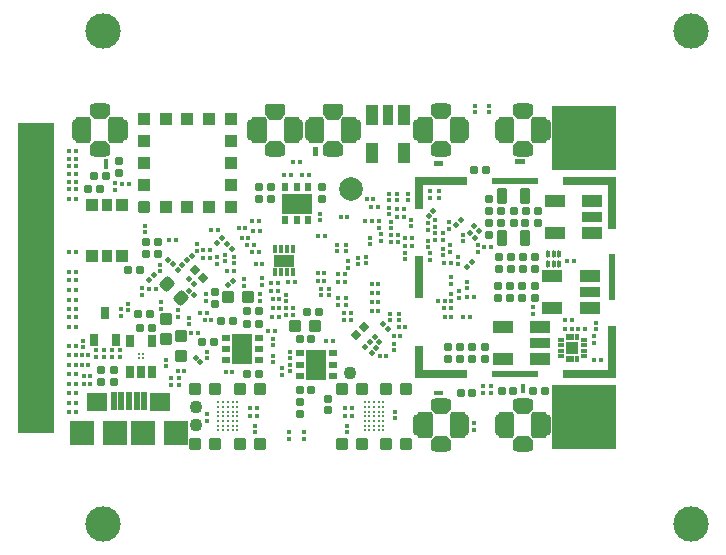
<source format=gts>
G04*
G04 #@! TF.GenerationSoftware,Altium Limited,Altium Designer,19.1.6 (110)*
G04*
G04 Layer_Color=8388736*
%FSLAX44Y44*%
%MOMM*%
G71*
G01*
G75*
%ADD68R,3.1250X26.2500*%
G04:AMPARAMS|DCode=69|XSize=0.7mm|YSize=1.1mm|CornerRadius=0.125mm|HoleSize=0mm|Usage=FLASHONLY|Rotation=0.000|XOffset=0mm|YOffset=0mm|HoleType=Round|Shape=RoundedRectangle|*
%AMROUNDEDRECTD69*
21,1,0.7000,0.8500,0,0,0.0*
21,1,0.4500,1.1000,0,0,0.0*
1,1,0.2500,0.2250,-0.4250*
1,1,0.2500,-0.2250,-0.4250*
1,1,0.2500,-0.2250,0.4250*
1,1,0.2500,0.2250,0.4250*
%
%ADD69ROUNDEDRECTD69*%
%ADD70R,0.8000X4.5000*%
%ADD71R,3.9000X0.6000*%
%ADD72R,4.5000X0.8000*%
%ADD73R,0.8000X2.7500*%
%ADD74R,0.8000X3.6000*%
%ADD75R,0.6000X3.9000*%
%ADD76R,0.4500X0.4000*%
%ADD77R,0.4000X0.7000*%
%ADD78R,1.7000X1.0500*%
G04:AMPARAMS|DCode=79|XSize=1.1mm|YSize=1.1mm|CornerRadius=0.3mm|HoleSize=0mm|Usage=FLASHONLY|Rotation=270.000|XOffset=0mm|YOffset=0mm|HoleType=Round|Shape=RoundedRectangle|*
%AMROUNDEDRECTD79*
21,1,1.1000,0.5000,0,0,270.0*
21,1,0.5000,1.1000,0,0,270.0*
1,1,0.6000,-0.2500,-0.2500*
1,1,0.6000,-0.2500,0.2500*
1,1,0.6000,0.2500,0.2500*
1,1,0.6000,0.2500,-0.2500*
%
%ADD79ROUNDEDRECTD79*%
%ADD80R,1.1000X1.1000*%
%ADD81R,1.1000X1.1000*%
%ADD82R,1.0500X1.1000*%
%ADD83R,0.5480X1.5480*%
%ADD84R,2.0000X2.0000*%
%ADD85R,1.7000X1.5000*%
%ADD86R,2.6000X0.7000*%
%ADD87C,0.2400*%
%ADD88C,0.3000*%
%ADD89R,1.0000X1.7500*%
%ADD90R,0.8600X1.7500*%
%ADD91C,2.0000*%
%ADD92R,1.8000X2.6000*%
%ADD93R,0.8000X0.6000*%
%ADD94R,0.4000X0.4100*%
%ADD95C,3.0000*%
G04:AMPARAMS|DCode=96|XSize=0.6mm|YSize=0.7mm|CornerRadius=0.1mm|HoleSize=0mm|Usage=FLASHONLY|Rotation=90.000|XOffset=0mm|YOffset=0mm|HoleType=Round|Shape=RoundedRectangle|*
%AMROUNDEDRECTD96*
21,1,0.6000,0.5000,0,0,90.0*
21,1,0.4000,0.7000,0,0,90.0*
1,1,0.2000,0.2500,0.2000*
1,1,0.2000,0.2500,-0.2000*
1,1,0.2000,-0.2500,-0.2000*
1,1,0.2000,-0.2500,0.2000*
%
%ADD96ROUNDEDRECTD96*%
%ADD97R,1.0500X1.0500*%
%ADD98R,0.9000X1.0500*%
G04:AMPARAMS|DCode=99|XSize=1.1mm|YSize=1.65mm|CornerRadius=0.175mm|HoleSize=0mm|Usage=FLASHONLY|Rotation=90.000|XOffset=0mm|YOffset=0mm|HoleType=Round|Shape=RoundedRectangle|*
%AMROUNDEDRECTD99*
21,1,1.1000,1.3000,0,0,90.0*
21,1,0.7500,1.6500,0,0,90.0*
1,1,0.3500,0.6500,0.3750*
1,1,0.3500,0.6500,-0.3750*
1,1,0.3500,-0.6500,-0.3750*
1,1,0.3500,-0.6500,0.3750*
%
%ADD99ROUNDEDRECTD99*%
G04:AMPARAMS|DCode=100|XSize=1.3mm|YSize=1.7mm|CornerRadius=0.2mm|HoleSize=0mm|Usage=FLASHONLY|Rotation=180.000|XOffset=0mm|YOffset=0mm|HoleType=Round|Shape=RoundedRectangle|*
%AMROUNDEDRECTD100*
21,1,1.3000,1.3000,0,0,180.0*
21,1,0.9000,1.7000,0,0,180.0*
1,1,0.4000,-0.4500,0.6500*
1,1,0.4000,0.4500,0.6500*
1,1,0.4000,0.4500,-0.6500*
1,1,0.4000,-0.4500,-0.6500*
%
%ADD100ROUNDEDRECTD100*%
G04:AMPARAMS|DCode=101|XSize=1.3mm|YSize=1.3mm|CornerRadius=0.2mm|HoleSize=0mm|Usage=FLASHONLY|Rotation=0.000|XOffset=0mm|YOffset=0mm|HoleType=Round|Shape=RoundedRectangle|*
%AMROUNDEDRECTD101*
21,1,1.3000,0.9000,0,0,0.0*
21,1,0.9000,1.3000,0,0,0.0*
1,1,0.4000,0.4500,-0.4500*
1,1,0.4000,-0.4500,-0.4500*
1,1,0.4000,-0.4500,0.4500*
1,1,0.4000,0.4500,0.4500*
%
%ADD101ROUNDEDRECTD101*%
G04:AMPARAMS|DCode=102|XSize=1.3mm|YSize=2.25mm|CornerRadius=0.2mm|HoleSize=0mm|Usage=FLASHONLY|Rotation=180.000|XOffset=0mm|YOffset=0mm|HoleType=Round|Shape=RoundedRectangle|*
%AMROUNDEDRECTD102*
21,1,1.3000,1.8500,0,0,180.0*
21,1,0.9000,2.2500,0,0,180.0*
1,1,0.4000,-0.4500,0.9250*
1,1,0.4000,0.4500,0.9250*
1,1,0.4000,0.4500,-0.9250*
1,1,0.4000,-0.4500,-0.9250*
%
%ADD102ROUNDEDRECTD102*%
%ADD103C,1.1000*%
G04:AMPARAMS|DCode=104|XSize=0.7mm|YSize=0.7mm|CornerRadius=0.11mm|HoleSize=0mm|Usage=FLASHONLY|Rotation=0.000|XOffset=0mm|YOffset=0mm|HoleType=Round|Shape=RoundedRectangle|*
%AMROUNDEDRECTD104*
21,1,0.7000,0.4800,0,0,0.0*
21,1,0.4800,0.7000,0,0,0.0*
1,1,0.2200,0.2400,-0.2400*
1,1,0.2200,-0.2400,-0.2400*
1,1,0.2200,-0.2400,0.2400*
1,1,0.2200,0.2400,0.2400*
%
%ADD104ROUNDEDRECTD104*%
%ADD105R,0.4000X0.4500*%
G04:AMPARAMS|DCode=106|XSize=1.4mm|YSize=0.9mm|CornerRadius=0.15mm|HoleSize=0mm|Usage=FLASHONLY|Rotation=90.000|XOffset=0mm|YOffset=0mm|HoleType=Round|Shape=RoundedRectangle|*
%AMROUNDEDRECTD106*
21,1,1.4000,0.6000,0,0,90.0*
21,1,1.1000,0.9000,0,0,90.0*
1,1,0.3000,0.3000,0.5500*
1,1,0.3000,0.3000,-0.5500*
1,1,0.3000,-0.3000,-0.5500*
1,1,0.3000,-0.3000,0.5500*
%
%ADD106ROUNDEDRECTD106*%
G04:AMPARAMS|DCode=107|XSize=0.4mm|YSize=0.45mm|CornerRadius=0mm|HoleSize=0mm|Usage=FLASHONLY|Rotation=45.000|XOffset=0mm|YOffset=0mm|HoleType=Round|Shape=Rectangle|*
%AMROTATEDRECTD107*
4,1,4,0.0177,-0.3005,-0.3005,0.0177,-0.0177,0.3005,0.3005,-0.0177,0.0177,-0.3005,0.0*
%
%ADD107ROTATEDRECTD107*%

G04:AMPARAMS|DCode=108|XSize=0.7mm|YSize=0.7mm|CornerRadius=0.11mm|HoleSize=0mm|Usage=FLASHONLY|Rotation=270.000|XOffset=0mm|YOffset=0mm|HoleType=Round|Shape=RoundedRectangle|*
%AMROUNDEDRECTD108*
21,1,0.7000,0.4800,0,0,270.0*
21,1,0.4800,0.7000,0,0,270.0*
1,1,0.2200,-0.2400,-0.2400*
1,1,0.2200,-0.2400,0.2400*
1,1,0.2200,0.2400,0.2400*
1,1,0.2200,0.2400,-0.2400*
%
%ADD108ROUNDEDRECTD108*%
G04:AMPARAMS|DCode=109|XSize=1.1mm|YSize=1mm|CornerRadius=0.1625mm|HoleSize=0mm|Usage=FLASHONLY|Rotation=270.000|XOffset=0mm|YOffset=0mm|HoleType=Round|Shape=RoundedRectangle|*
%AMROUNDEDRECTD109*
21,1,1.1000,0.6750,0,0,270.0*
21,1,0.7750,1.0000,0,0,270.0*
1,1,0.3250,-0.3375,-0.3875*
1,1,0.3250,-0.3375,0.3875*
1,1,0.3250,0.3375,0.3875*
1,1,0.3250,0.3375,-0.3875*
%
%ADD109ROUNDEDRECTD109*%
G04:AMPARAMS|DCode=110|XSize=1.1mm|YSize=1mm|CornerRadius=0.1625mm|HoleSize=0mm|Usage=FLASHONLY|Rotation=180.000|XOffset=0mm|YOffset=0mm|HoleType=Round|Shape=RoundedRectangle|*
%AMROUNDEDRECTD110*
21,1,1.1000,0.6750,0,0,180.0*
21,1,0.7750,1.0000,0,0,180.0*
1,1,0.3250,-0.3875,0.3375*
1,1,0.3250,0.3875,0.3375*
1,1,0.3250,0.3875,-0.3375*
1,1,0.3250,-0.3875,-0.3375*
%
%ADD110ROUNDEDRECTD110*%
G04:AMPARAMS|DCode=111|XSize=1.1mm|YSize=1mm|CornerRadius=0.1625mm|HoleSize=0mm|Usage=FLASHONLY|Rotation=45.000|XOffset=0mm|YOffset=0mm|HoleType=Round|Shape=RoundedRectangle|*
%AMROUNDEDRECTD111*
21,1,1.1000,0.6750,0,0,45.0*
21,1,0.7750,1.0000,0,0,45.0*
1,1,0.3250,0.5127,0.0354*
1,1,0.3250,-0.0354,-0.5127*
1,1,0.3250,-0.5127,-0.0354*
1,1,0.3250,0.0354,0.5127*
%
%ADD111ROUNDEDRECTD111*%
G04:AMPARAMS|DCode=112|XSize=0.6mm|YSize=0.7mm|CornerRadius=0.1mm|HoleSize=0mm|Usage=FLASHONLY|Rotation=180.000|XOffset=0mm|YOffset=0mm|HoleType=Round|Shape=RoundedRectangle|*
%AMROUNDEDRECTD112*
21,1,0.6000,0.5000,0,0,180.0*
21,1,0.4000,0.7000,0,0,180.0*
1,1,0.2000,-0.2000,0.2500*
1,1,0.2000,0.2000,0.2500*
1,1,0.2000,0.2000,-0.2500*
1,1,0.2000,-0.2000,-0.2500*
%
%ADD112ROUNDEDRECTD112*%
G04:AMPARAMS|DCode=113|XSize=0.4mm|YSize=0.45mm|CornerRadius=0mm|HoleSize=0mm|Usage=FLASHONLY|Rotation=315.000|XOffset=0mm|YOffset=0mm|HoleType=Round|Shape=Rectangle|*
%AMROTATEDRECTD113*
4,1,4,-0.3005,-0.0177,0.0177,0.3005,0.3005,0.0177,-0.0177,-0.3005,-0.3005,-0.0177,0.0*
%
%ADD113ROTATEDRECTD113*%

%ADD114R,0.6000X0.8000*%
%ADD115R,2.6000X1.8000*%
%ADD116R,1.7500X1.0000*%
%ADD117R,1.7500X0.8600*%
%ADD118R,0.4100X0.4000*%
G04:AMPARAMS|DCode=119|XSize=1.1mm|YSize=1.1mm|CornerRadius=0.2mm|HoleSize=0mm|Usage=FLASHONLY|Rotation=180.000|XOffset=0mm|YOffset=0mm|HoleType=Round|Shape=RoundedRectangle|*
%AMROUNDEDRECTD119*
21,1,1.1000,0.7000,0,0,180.0*
21,1,0.7000,1.1000,0,0,180.0*
1,1,0.4000,-0.3500,0.3500*
1,1,0.4000,0.3500,0.3500*
1,1,0.4000,0.3500,-0.3500*
1,1,0.4000,-0.3500,-0.3500*
%
%ADD119ROUNDEDRECTD119*%
%ADD120R,0.3000X0.4950*%
%ADD121R,0.4950X0.3000*%
G04:AMPARAMS|DCode=122|XSize=0.33mm|YSize=0.63mm|CornerRadius=0.1025mm|HoleSize=0mm|Usage=FLASHONLY|Rotation=0.000|XOffset=0mm|YOffset=0mm|HoleType=Round|Shape=RoundedRectangle|*
%AMROUNDEDRECTD122*
21,1,0.3300,0.4250,0,0,0.0*
21,1,0.1250,0.6300,0,0,0.0*
1,1,0.2050,0.0625,-0.2125*
1,1,0.2050,-0.0625,-0.2125*
1,1,0.2050,-0.0625,0.2125*
1,1,0.2050,0.0625,0.2125*
%
%ADD122ROUNDEDRECTD122*%
G04:AMPARAMS|DCode=123|XSize=0.7mm|YSize=0.7mm|CornerRadius=0.11mm|HoleSize=0mm|Usage=FLASHONLY|Rotation=135.000|XOffset=0mm|YOffset=0mm|HoleType=Round|Shape=RoundedRectangle|*
%AMROUNDEDRECTD123*
21,1,0.7000,0.4800,0,0,135.0*
21,1,0.4800,0.7000,0,0,135.0*
1,1,0.2200,0.0000,0.3394*
1,1,0.2200,0.3394,0.0000*
1,1,0.2200,0.0000,-0.3394*
1,1,0.2200,-0.3394,0.0000*
%
%ADD123ROUNDEDRECTD123*%
G04:AMPARAMS|DCode=124|XSize=0.6mm|YSize=0.7mm|CornerRadius=0.1mm|HoleSize=0mm|Usage=FLASHONLY|Rotation=45.000|XOffset=0mm|YOffset=0mm|HoleType=Round|Shape=RoundedRectangle|*
%AMROUNDEDRECTD124*
21,1,0.6000,0.5000,0,0,45.0*
21,1,0.4000,0.7000,0,0,45.0*
1,1,0.2000,0.3182,-0.0354*
1,1,0.2000,0.0354,-0.3182*
1,1,0.2000,-0.3182,0.0354*
1,1,0.2000,-0.0354,0.3182*
%
%ADD124ROUNDEDRECTD124*%
%ADD125R,5.5000X5.5000*%
G36*
X212000Y251000D02*
X208000D01*
X208000Y259000D01*
X212000D01*
Y251000D01*
D02*
G37*
G36*
X387250Y244500D02*
X379250D01*
Y248500D01*
X387250D01*
Y244500D01*
D02*
G37*
G36*
X318250Y243250D02*
X310250D01*
Y247250D01*
X318250D01*
Y243250D01*
D02*
G37*
G36*
X34500Y240500D02*
X30500D01*
Y248500D01*
X34500D01*
Y240500D01*
D02*
G37*
G36*
X387750Y50500D02*
X383750D01*
Y58500D01*
X387750D01*
Y50500D01*
D02*
G37*
G36*
X318250Y48750D02*
X310250D01*
Y52750D01*
X318250D01*
Y48750D01*
D02*
G37*
D68*
X-26875Y148250D02*
D03*
D69*
X22250Y95500D02*
D03*
X41250D02*
D03*
X31750Y118500D02*
D03*
X52750Y94625D02*
D03*
X71750Y68625D02*
D03*
X62250D02*
D03*
X52750D02*
D03*
X71750Y94625D02*
D03*
D70*
X460592Y85750D02*
D03*
Y211250D02*
D03*
D71*
X379092Y67000D02*
D03*
Y230000D02*
D03*
D72*
X441842Y67000D02*
D03*
Y230000D02*
D03*
X316342D02*
D03*
Y67000D02*
D03*
D73*
X297592Y220250D02*
D03*
Y76750D02*
D03*
D74*
Y148500D02*
D03*
D75*
X460592D02*
D03*
D76*
X44250Y86800D02*
D03*
Y81200D02*
D03*
X37750Y81200D02*
D03*
Y86800D02*
D03*
X200250Y17550D02*
D03*
Y11950D02*
D03*
X237850Y162381D02*
D03*
Y156781D02*
D03*
X40500Y228300D02*
D03*
Y222700D02*
D03*
X356750Y294050D02*
D03*
Y288450D02*
D03*
X181500Y66200D02*
D03*
Y71800D02*
D03*
X345250Y294050D02*
D03*
Y288450D02*
D03*
X343750Y25300D02*
D03*
Y19700D02*
D03*
X12750Y89450D02*
D03*
Y95050D02*
D03*
X31250Y81200D02*
D03*
Y86800D02*
D03*
X188000Y74646D02*
D03*
Y69046D02*
D03*
X358500Y56300D02*
D03*
Y50700D02*
D03*
X351750Y56300D02*
D03*
Y50700D02*
D03*
X24250Y81200D02*
D03*
Y86800D02*
D03*
X173750Y91104D02*
D03*
Y96704D02*
D03*
Y76754D02*
D03*
Y82354D02*
D03*
X188000Y85746D02*
D03*
Y80146D02*
D03*
X187500Y17550D02*
D03*
Y11950D02*
D03*
X116950Y134350D02*
D03*
Y128750D02*
D03*
X118500Y79950D02*
D03*
Y85550D02*
D03*
X149750Y141200D02*
D03*
Y146800D02*
D03*
X93250Y115200D02*
D03*
Y120800D02*
D03*
X126500Y165600D02*
D03*
Y160000D02*
D03*
X79000Y121700D02*
D03*
Y127300D02*
D03*
X102750Y108700D02*
D03*
Y114300D02*
D03*
X62750Y139550D02*
D03*
Y133950D02*
D03*
X78250Y153700D02*
D03*
Y159300D02*
D03*
X118000Y32600D02*
D03*
Y27000D02*
D03*
X277250Y29400D02*
D03*
Y35000D02*
D03*
X165000Y147900D02*
D03*
Y142300D02*
D03*
X94464Y57414D02*
D03*
Y63014D02*
D03*
X88000Y57414D02*
D03*
Y63014D02*
D03*
X252705Y166145D02*
D03*
Y160545D02*
D03*
X51250Y120700D02*
D03*
Y126300D02*
D03*
X83300Y78900D02*
D03*
Y73300D02*
D03*
X185000Y134050D02*
D03*
Y128450D02*
D03*
X162950Y128950D02*
D03*
Y134550D02*
D03*
X65500Y186786D02*
D03*
Y192386D02*
D03*
X306500Y168800D02*
D03*
Y163200D02*
D03*
X109250Y171200D02*
D03*
Y176800D02*
D03*
X255750Y182300D02*
D03*
Y176700D02*
D03*
X214205Y197000D02*
D03*
X214205Y202600D02*
D03*
X447250Y104550D02*
D03*
Y110150D02*
D03*
X445500Y93200D02*
D03*
X445500Y98800D02*
D03*
X158629Y23121D02*
D03*
Y17521D02*
D03*
X288000Y213750D02*
D03*
Y219350D02*
D03*
X280250Y117800D02*
D03*
Y112200D02*
D03*
X236500Y17400D02*
D03*
Y23000D02*
D03*
X45000Y116200D02*
D03*
Y121800D02*
D03*
X133000Y167850D02*
D03*
Y162250D02*
D03*
X140750Y166050D02*
D03*
Y160450D02*
D03*
X393750Y117950D02*
D03*
Y123550D02*
D03*
X311500Y191200D02*
D03*
Y196800D02*
D03*
X311000Y185800D02*
D03*
Y180200D02*
D03*
X272500Y201950D02*
D03*
Y207550D02*
D03*
Y219300D02*
D03*
Y213700D02*
D03*
X276015Y92500D02*
D03*
Y86900D02*
D03*
X338200Y144800D02*
D03*
Y139200D02*
D03*
X279095Y213750D02*
D03*
Y219350D02*
D03*
X314250Y215950D02*
D03*
Y221550D02*
D03*
X285500Y169550D02*
D03*
Y163950D02*
D03*
X272750Y112200D02*
D03*
Y117800D02*
D03*
X324593Y148500D02*
D03*
Y142900D02*
D03*
X317724Y172700D02*
D03*
Y167100D02*
D03*
X305500Y173950D02*
D03*
Y179550D02*
D03*
X317500Y185800D02*
D03*
Y180200D02*
D03*
X290500Y197550D02*
D03*
Y191950D02*
D03*
X304950Y188811D02*
D03*
Y194411D02*
D03*
X274250Y195800D02*
D03*
Y190200D02*
D03*
X240250Y118170D02*
D03*
Y112570D02*
D03*
X233750Y118170D02*
D03*
Y112570D02*
D03*
X214750Y133400D02*
D03*
Y139000D02*
D03*
X221301Y133400D02*
D03*
Y139000D02*
D03*
X228750Y125306D02*
D03*
Y130906D02*
D03*
X235750Y125306D02*
D03*
Y130906D02*
D03*
X331750Y136800D02*
D03*
Y131200D02*
D03*
X324224Y170350D02*
D03*
Y175950D02*
D03*
X347250Y170200D02*
D03*
Y175800D02*
D03*
X325000Y128700D02*
D03*
Y134300D02*
D03*
X307000Y221550D02*
D03*
Y215950D02*
D03*
X323000Y195050D02*
D03*
Y189450D02*
D03*
X334750Y178950D02*
D03*
Y184550D02*
D03*
X235644Y176295D02*
D03*
Y170695D02*
D03*
X228305Y176295D02*
D03*
Y170695D02*
D03*
X330224Y165450D02*
D03*
Y159850D02*
D03*
X263974Y190350D02*
D03*
Y195950D02*
D03*
X265245Y179405D02*
D03*
Y185005D02*
D03*
X246000Y165300D02*
D03*
Y159700D02*
D03*
D77*
X190750Y153000D02*
D03*
X185750D02*
D03*
X180750D02*
D03*
X175750D02*
D03*
Y172500D02*
D03*
X180750D02*
D03*
X185750D02*
D03*
X190750D02*
D03*
D78*
X183250Y162750D02*
D03*
D79*
X64500Y208500D02*
D03*
D80*
X101500D02*
D03*
X83000D02*
D03*
X120000D02*
D03*
X138500D02*
D03*
X120000Y282500D02*
D03*
X101500D02*
D03*
X83000D02*
D03*
X64500D02*
D03*
D81*
X138500Y227000D02*
D03*
Y245500D02*
D03*
Y264000D02*
D03*
X64500D02*
D03*
Y245500D02*
D03*
Y227000D02*
D03*
D82*
X138500Y282500D02*
D03*
D83*
X39000Y43500D02*
D03*
X58500D02*
D03*
X65000D02*
D03*
X52000D02*
D03*
X45500D02*
D03*
D84*
X40000Y17000D02*
D03*
X12000D02*
D03*
X92000D02*
D03*
X64000D02*
D03*
D85*
X78670Y43140D02*
D03*
X25330D02*
D03*
D86*
X-25000Y266497D02*
D03*
Y258497D02*
D03*
Y250497D02*
D03*
Y242497D02*
D03*
Y234497D02*
D03*
Y226497D02*
D03*
Y218497D02*
D03*
Y210497D02*
D03*
X-25000Y170497D02*
D03*
Y162497D02*
D03*
Y154497D02*
D03*
Y146497D02*
D03*
Y138497D02*
D03*
Y130497D02*
D03*
Y122497D02*
D03*
Y114497D02*
D03*
Y106497D02*
D03*
Y98497D02*
D03*
Y90497D02*
D03*
Y82497D02*
D03*
Y74497D02*
D03*
X-25000Y66497D02*
D03*
Y58497D02*
D03*
Y50497D02*
D03*
X-25000Y42497D02*
D03*
Y34497D02*
D03*
D87*
X64250Y83375D02*
D03*
Y79875D02*
D03*
X60750Y83375D02*
D03*
Y79875D02*
D03*
D88*
X143750Y43000D02*
D03*
X127750Y19000D02*
D03*
X131750Y19000D02*
D03*
X135750Y19000D02*
D03*
X139750Y19000D02*
D03*
X143750D02*
D03*
X135750Y43000D02*
D03*
X139750D02*
D03*
X127750Y35000D02*
D03*
X131750D02*
D03*
X135750D02*
D03*
X139750D02*
D03*
X143750D02*
D03*
X127750Y43000D02*
D03*
X127750Y39000D02*
D03*
X131750D02*
D03*
X135750D02*
D03*
X139750D02*
D03*
X143750D02*
D03*
X127750Y23000D02*
D03*
X131750D02*
D03*
X135750D02*
D03*
X131750Y43000D02*
D03*
X139750Y23000D02*
D03*
X143750D02*
D03*
Y31000D02*
D03*
X139750D02*
D03*
X135750D02*
D03*
X131750Y31000D02*
D03*
X127750Y31000D02*
D03*
X143750Y27000D02*
D03*
X139750Y27000D02*
D03*
X135750Y27000D02*
D03*
X131750D02*
D03*
X127750D02*
D03*
X251500Y19000D02*
D03*
X267500Y43000D02*
D03*
X263500D02*
D03*
X259500D02*
D03*
X255500D02*
D03*
X251500D02*
D03*
X259500Y19000D02*
D03*
X255500D02*
D03*
X267500Y27000D02*
D03*
X263500D02*
D03*
X259500D02*
D03*
X255500D02*
D03*
X251500D02*
D03*
X267500Y19000D02*
D03*
Y23000D02*
D03*
X263500D02*
D03*
X259500D02*
D03*
X255500D02*
D03*
X251500D02*
D03*
X267500Y39000D02*
D03*
X263500D02*
D03*
X259500D02*
D03*
X263500Y19000D02*
D03*
X255500Y39000D02*
D03*
X251500D02*
D03*
Y31000D02*
D03*
X255500D02*
D03*
X259500D02*
D03*
X263500D02*
D03*
X267500D02*
D03*
X251500Y35000D02*
D03*
X255500D02*
D03*
X259500D02*
D03*
X263500D02*
D03*
X267500D02*
D03*
D89*
X258050Y253850D02*
D03*
X284950D02*
D03*
Y285650D02*
D03*
X258050D02*
D03*
D90*
X271500D02*
D03*
D91*
X240250Y223500D02*
D03*
D92*
X148000Y88000D02*
D03*
X210500Y74750D02*
D03*
D93*
X162000Y97500D02*
D03*
Y88000D02*
D03*
Y78500D02*
D03*
X134000D02*
D03*
Y88000D02*
D03*
Y97500D02*
D03*
X224500Y65250D02*
D03*
Y74750D02*
D03*
Y84250D02*
D03*
X196500D02*
D03*
Y74750D02*
D03*
Y65250D02*
D03*
D94*
X32500Y242250D02*
D03*
Y246750D02*
D03*
X210000Y257250D02*
D03*
Y252750D02*
D03*
X385750Y56750D02*
D03*
Y52250D02*
D03*
D95*
X30000Y357300D02*
D03*
X528250Y357300D02*
D03*
Y-60300D02*
D03*
X30050Y-60250D02*
D03*
D96*
X66750Y178250D02*
D03*
X76750D02*
D03*
X59750Y117250D02*
D03*
X69750D02*
D03*
X76750Y168250D02*
D03*
X66750D02*
D03*
X114000Y93500D02*
D03*
X124000D02*
D03*
X130000Y111250D02*
D03*
X140000D02*
D03*
X51500Y154500D02*
D03*
X61500D02*
D03*
X354250Y239500D02*
D03*
X344250D02*
D03*
X404000Y52250D02*
D03*
X394000D02*
D03*
X32500Y234250D02*
D03*
X22500D02*
D03*
X61500Y106000D02*
D03*
X71500D02*
D03*
X162000Y66354D02*
D03*
X152000D02*
D03*
X162000Y109495D02*
D03*
X152000D02*
D03*
X388000Y204750D02*
D03*
X378000D02*
D03*
X384879Y141000D02*
D03*
X374879Y141000D02*
D03*
X384879Y131000D02*
D03*
X374879D02*
D03*
X342500Y89750D02*
D03*
X332500D02*
D03*
X342500Y79750D02*
D03*
X332500D02*
D03*
X385479Y155750D02*
D03*
X375479Y155750D02*
D03*
X385479Y165750D02*
D03*
X375479Y165750D02*
D03*
X387750Y194750D02*
D03*
X377750D02*
D03*
X196464Y96360D02*
D03*
X206464D02*
D03*
X196500Y53255D02*
D03*
X206500D02*
D03*
D97*
X46000Y209750D02*
D03*
X21000D02*
D03*
Y166250D02*
D03*
X46000D02*
D03*
D98*
X33500Y209750D02*
D03*
Y166250D02*
D03*
D99*
X224500Y256000D02*
D03*
Y290000D02*
D03*
X175750Y290000D02*
D03*
Y256000D02*
D03*
X27250Y290250D02*
D03*
Y256250D02*
D03*
X316500Y6500D02*
D03*
Y40500D02*
D03*
X385500Y290250D02*
D03*
Y256250D02*
D03*
X385500Y6500D02*
D03*
Y40500D02*
D03*
X316500Y290250D02*
D03*
Y256250D02*
D03*
D100*
X241500Y273000D02*
D03*
X207500D02*
D03*
X158750Y273000D02*
D03*
X192750D02*
D03*
X10250Y273250D02*
D03*
X44250D02*
D03*
X333500Y23500D02*
D03*
X299500D02*
D03*
X368500Y273250D02*
D03*
X402500D02*
D03*
X402500Y23500D02*
D03*
X368500D02*
D03*
X299500Y273250D02*
D03*
X333500D02*
D03*
D101*
X224500Y289000D02*
D03*
Y257000D02*
D03*
X175750Y257000D02*
D03*
Y289000D02*
D03*
X27250Y257250D02*
D03*
Y289250D02*
D03*
X316500Y39500D02*
D03*
Y7500D02*
D03*
X385500Y257250D02*
D03*
Y289250D02*
D03*
X385500Y39500D02*
D03*
Y7500D02*
D03*
X316500Y257250D02*
D03*
Y289250D02*
D03*
D102*
X210500Y273000D02*
D03*
X238500D02*
D03*
X189750Y273000D02*
D03*
X161750D02*
D03*
X41250Y273250D02*
D03*
X13250D02*
D03*
X302500Y23500D02*
D03*
X330500D02*
D03*
X399500Y273250D02*
D03*
X371500D02*
D03*
X371500Y23500D02*
D03*
X399500D02*
D03*
X330500Y273250D02*
D03*
X302500D02*
D03*
D103*
X108750Y23750D02*
D03*
Y38500D02*
D03*
X239500Y67500D02*
D03*
D104*
X44000Y246750D02*
D03*
Y236750D02*
D03*
X162005Y215000D02*
D03*
Y225000D02*
D03*
X356750Y194750D02*
D03*
Y184750D02*
D03*
Y204750D02*
D03*
Y214750D02*
D03*
X395879Y141000D02*
D03*
Y131000D02*
D03*
X353500Y79750D02*
D03*
Y89750D02*
D03*
X39000Y70250D02*
D03*
Y60250D02*
D03*
X196500Y42755D02*
D03*
Y32755D02*
D03*
D105*
X7050Y242500D02*
D03*
X1450D02*
D03*
X7024Y153468D02*
D03*
X1424D02*
D03*
X258800Y214750D02*
D03*
X253200D02*
D03*
X7050Y249000D02*
D03*
X1450D02*
D03*
X159440Y160296D02*
D03*
X165040D02*
D03*
X1450Y170250D02*
D03*
X7050D02*
D03*
X172200Y143778D02*
D03*
X177800D02*
D03*
X192300Y144250D02*
D03*
X186700D02*
D03*
X93200Y69500D02*
D03*
X98800D02*
D03*
X7050Y34497D02*
D03*
X1450D02*
D03*
X189146Y235250D02*
D03*
X183546D02*
D03*
X204246Y235500D02*
D03*
X198646D02*
D03*
X218050Y183750D02*
D03*
X212450D02*
D03*
X236800Y199567D02*
D03*
X231200D02*
D03*
X91800Y180250D02*
D03*
X86200D02*
D03*
X120267Y171750D02*
D03*
X114667D02*
D03*
X120267Y165250D02*
D03*
X114667D02*
D03*
X121650Y188500D02*
D03*
X127250D02*
D03*
X117800Y118750D02*
D03*
X112200D02*
D03*
X104700Y101500D02*
D03*
X110300D02*
D03*
X135150Y153750D02*
D03*
X140750D02*
D03*
X116200Y112250D02*
D03*
X121800D02*
D03*
X1450Y229500D02*
D03*
X7050D02*
D03*
X173700Y130000D02*
D03*
X179300D02*
D03*
X190550Y123000D02*
D03*
X184950D02*
D03*
X234800Y144750D02*
D03*
X229200D02*
D03*
X262800Y208250D02*
D03*
X257200D02*
D03*
X178300Y137000D02*
D03*
X172700D02*
D03*
X173200Y115000D02*
D03*
X178800D02*
D03*
X179300Y123000D02*
D03*
X173700D02*
D03*
X184950Y116500D02*
D03*
X190550D02*
D03*
X190950Y246500D02*
D03*
X196550D02*
D03*
X169950Y102750D02*
D03*
X175550D02*
D03*
X52050Y228000D02*
D03*
X46450D02*
D03*
X234800Y151250D02*
D03*
X229200D02*
D03*
X426800Y112250D02*
D03*
X421200D02*
D03*
X7050Y129389D02*
D03*
X1450D02*
D03*
X7050Y121500D02*
D03*
X1450D02*
D03*
X7050Y42276D02*
D03*
X1450D02*
D03*
X7050Y50718D02*
D03*
X1450D02*
D03*
X7050Y58276D02*
D03*
X1450D02*
D03*
X7050Y66718D02*
D03*
X1450D02*
D03*
X7050Y74276D02*
D03*
X1450D02*
D03*
X7050Y82718D02*
D03*
X1450D02*
D03*
X7043Y90497D02*
D03*
X1443D02*
D03*
X224500Y94455D02*
D03*
X218900Y94455D02*
D03*
X134000Y68045D02*
D03*
X139600D02*
D03*
X422950Y162250D02*
D03*
X428550D02*
D03*
X445950Y78750D02*
D03*
X451550D02*
D03*
X437800Y105250D02*
D03*
X432200Y105250D02*
D03*
X421200Y105250D02*
D03*
X426800Y105250D02*
D03*
X154500Y31000D02*
D03*
X160100Y31000D02*
D03*
X154500Y37750D02*
D03*
X160100D02*
D03*
X280265Y106750D02*
D03*
X285865D02*
D03*
X235150Y37750D02*
D03*
X240750D02*
D03*
X235150Y31000D02*
D03*
X240750D02*
D03*
X1450Y255500D02*
D03*
X7050D02*
D03*
X1450Y235987D02*
D03*
X7050D02*
D03*
X69200Y138750D02*
D03*
X74800D02*
D03*
X162800Y187750D02*
D03*
X157200D02*
D03*
X162100Y196200D02*
D03*
X156500D02*
D03*
X144950Y190750D02*
D03*
X150550D02*
D03*
X147450Y182250D02*
D03*
X153050D02*
D03*
X161800Y169713D02*
D03*
X156200D02*
D03*
X1450Y146718D02*
D03*
X7050D02*
D03*
X1450Y138276D02*
D03*
X7050D02*
D03*
X12074Y82718D02*
D03*
X17673D02*
D03*
X12074Y74276D02*
D03*
X17673D02*
D03*
X7050Y114718D02*
D03*
X1450D02*
D03*
X7050Y106276D02*
D03*
X1450D02*
D03*
X19350Y64750D02*
D03*
X13750D02*
D03*
X19350Y58000D02*
D03*
X13750D02*
D03*
X7050Y222968D02*
D03*
X1450D02*
D03*
X7050Y214526D02*
D03*
X1450D02*
D03*
X157550Y175750D02*
D03*
X151950D02*
D03*
X269800Y81750D02*
D03*
X264200D02*
D03*
X279800Y178250D02*
D03*
X274200D02*
D03*
X324800Y115250D02*
D03*
X319200D02*
D03*
X319300Y128750D02*
D03*
X313700D02*
D03*
X352950Y174250D02*
D03*
X358550D02*
D03*
X257524Y195950D02*
D03*
X251924D02*
D03*
X324274Y160650D02*
D03*
X318674D02*
D03*
X343800Y132000D02*
D03*
X338200D02*
D03*
X281615Y98750D02*
D03*
X276015D02*
D03*
X211855Y145411D02*
D03*
X217455D02*
D03*
X211855Y152581D02*
D03*
X217455D02*
D03*
X319174Y122400D02*
D03*
X324774D02*
D03*
X284695Y206250D02*
D03*
X279095D02*
D03*
X284695Y199750D02*
D03*
X279095D02*
D03*
X340800Y115000D02*
D03*
X335200D02*
D03*
X279800Y184750D02*
D03*
X274200D02*
D03*
X291355Y175280D02*
D03*
X285755D02*
D03*
X291355Y181805D02*
D03*
X285755D02*
D03*
X263074Y135400D02*
D03*
X257474D02*
D03*
X263074Y143100D02*
D03*
X257474D02*
D03*
X263074Y120150D02*
D03*
X257474D02*
D03*
X263074Y127850D02*
D03*
X257474D02*
D03*
D106*
X387500Y217500D02*
D03*
X367500D02*
D03*
X387500Y182000D02*
D03*
X367500D02*
D03*
D107*
X73043Y150149D02*
D03*
X69083Y146189D02*
D03*
X93270Y155020D02*
D03*
X97230Y158980D02*
D03*
X105480Y166980D02*
D03*
X101520Y163020D02*
D03*
X139980Y145730D02*
D03*
X136020Y141770D02*
D03*
X126520Y177770D02*
D03*
X130480Y181730D02*
D03*
X255980Y93980D02*
D03*
X252020Y90020D02*
D03*
X305700Y200500D02*
D03*
X309660Y204460D02*
D03*
X328994Y193170D02*
D03*
X332954Y197130D02*
D03*
X261355Y88605D02*
D03*
X257395Y84645D02*
D03*
X342204Y161380D02*
D03*
X338244Y157420D02*
D03*
D108*
X377500Y52750D02*
D03*
X367500D02*
D03*
X332750Y50750D02*
D03*
X342750D02*
D03*
X17250Y223000D02*
D03*
X27250D02*
D03*
X152000Y119995D02*
D03*
X162000D02*
D03*
X213000Y119250D02*
D03*
X203000D02*
D03*
D109*
X135500Y132250D02*
D03*
X152500D02*
D03*
X108250Y7750D02*
D03*
X125250D02*
D03*
X163250Y54250D02*
D03*
X146250Y54250D02*
D03*
X108250Y54250D02*
D03*
X125250Y54250D02*
D03*
X146250Y7750D02*
D03*
X163250D02*
D03*
X249000Y54250D02*
D03*
X232000D02*
D03*
X270000Y7750D02*
D03*
X287000D02*
D03*
X270000Y54250D02*
D03*
X287000D02*
D03*
X249000Y7750D02*
D03*
X232000D02*
D03*
X209500Y107500D02*
D03*
X192500D02*
D03*
D110*
X95750Y98750D02*
D03*
Y81750D02*
D03*
X83250Y113500D02*
D03*
Y96500D02*
D03*
D111*
X96510Y130990D02*
D03*
X84490Y143010D02*
D03*
D112*
X125000Y136000D02*
D03*
Y126000D02*
D03*
X220250Y36000D02*
D03*
Y46000D02*
D03*
X215646Y225000D02*
D03*
Y215000D02*
D03*
X172505Y225000D02*
D03*
Y215000D02*
D03*
X364380Y141000D02*
D03*
Y131000D02*
D03*
X322000Y79750D02*
D03*
Y89750D02*
D03*
X364979Y165750D02*
D03*
Y155750D02*
D03*
X395979Y165750D02*
D03*
Y155750D02*
D03*
X28500Y70250D02*
D03*
Y60250D02*
D03*
X398500Y205000D02*
D03*
X398500Y195000D02*
D03*
X367250Y194750D02*
D03*
Y204750D02*
D03*
D113*
X89230Y159520D02*
D03*
X85270Y163480D02*
D03*
X103020Y147230D02*
D03*
X106980Y143270D02*
D03*
X107230Y133270D02*
D03*
X103270Y137230D02*
D03*
X112480Y76520D02*
D03*
X108520Y80480D02*
D03*
X135040Y176410D02*
D03*
X139000Y172450D02*
D03*
X344270Y191980D02*
D03*
X348230Y188020D02*
D03*
X263980Y94020D02*
D03*
X260020Y97980D02*
D03*
X344980Y182020D02*
D03*
X341020Y185980D02*
D03*
X271204Y104920D02*
D03*
X267244Y108880D02*
D03*
D114*
X184500Y197000D02*
D03*
X194000D02*
D03*
X203500D02*
D03*
Y225000D02*
D03*
X194000D02*
D03*
X184500D02*
D03*
D115*
X194000Y211000D02*
D03*
D116*
X400400Y106700D02*
D03*
Y79800D02*
D03*
X368600D02*
D03*
Y106700D02*
D03*
X444150Y213450D02*
D03*
Y186550D02*
D03*
X412350D02*
D03*
Y213450D02*
D03*
X410479Y149450D02*
D03*
Y122550D02*
D03*
X442279D02*
D03*
Y149450D02*
D03*
D117*
X400400Y93250D02*
D03*
X444150Y200000D02*
D03*
X442279Y136000D02*
D03*
D118*
X312000Y50750D02*
D03*
X316500D02*
D03*
X381000Y246500D02*
D03*
X385500D02*
D03*
X312000Y245250D02*
D03*
X316500D02*
D03*
D119*
X427500Y88750D02*
D03*
D120*
X431500Y79225D02*
D03*
X427500D02*
D03*
X423500D02*
D03*
Y98275D02*
D03*
X427500D02*
D03*
X431500D02*
D03*
D121*
X417975Y82000D02*
D03*
Y86500D02*
D03*
Y91000D02*
D03*
Y95500D02*
D03*
X437025D02*
D03*
Y91000D02*
D03*
Y86500D02*
D03*
Y82000D02*
D03*
D122*
X411500Y159750D02*
D03*
X416500D02*
D03*
X411500Y168250D02*
D03*
X416500D02*
D03*
X406500D02*
D03*
Y159750D02*
D03*
D123*
X251000Y106750D02*
D03*
X243929Y99679D02*
D03*
D124*
X115035Y147964D02*
D03*
X107964Y155035D02*
D03*
D125*
X437500Y30500D02*
D03*
Y266500D02*
D03*
M02*

</source>
